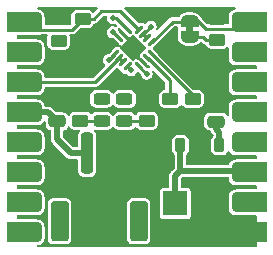
<source format=gbr>
%TF.GenerationSoftware,KiCad,Pcbnew,7.0.2-0*%
%TF.CreationDate,2023-05-31T14:29:30-07:00*%
%TF.ProjectId,SolaraCell,536f6c61-7261-4436-956c-6c2e6b696361,rev?*%
%TF.SameCoordinates,Original*%
%TF.FileFunction,Copper,L1,Top*%
%TF.FilePolarity,Positive*%
%FSLAX46Y46*%
G04 Gerber Fmt 4.6, Leading zero omitted, Abs format (unit mm)*
G04 Created by KiCad (PCBNEW 7.0.2-0) date 2023-05-31 14:29:30*
%MOMM*%
%LPD*%
G01*
G04 APERTURE LIST*
G04 Aperture macros list*
%AMRoundRect*
0 Rectangle with rounded corners*
0 $1 Rounding radius*
0 $2 $3 $4 $5 $6 $7 $8 $9 X,Y pos of 4 corners*
0 Add a 4 corners polygon primitive as box body*
4,1,4,$2,$3,$4,$5,$6,$7,$8,$9,$2,$3,0*
0 Add four circle primitives for the rounded corners*
1,1,$1+$1,$2,$3*
1,1,$1+$1,$4,$5*
1,1,$1+$1,$6,$7*
1,1,$1+$1,$8,$9*
0 Add four rect primitives between the rounded corners*
20,1,$1+$1,$2,$3,$4,$5,0*
20,1,$1+$1,$4,$5,$6,$7,0*
20,1,$1+$1,$6,$7,$8,$9,0*
20,1,$1+$1,$8,$9,$2,$3,0*%
%AMRotRect*
0 Rectangle, with rotation*
0 The origin of the aperture is its center*
0 $1 length*
0 $2 width*
0 $3 Rotation angle, in degrees counterclockwise*
0 Add horizontal line*
21,1,$1,$2,0,0,$3*%
%AMFreePoly0*
4,1,15,-0.850000,0.850000,0.850000,0.850000,0.850000,-0.425000,0.829199,-0.556332,0.768832,-0.674809,0.674809,-0.768832,0.556332,-0.829199,0.425000,-0.850000,-0.425000,-0.850000,-0.556332,-0.829199,-0.674809,-0.768832,-0.768832,-0.674809,-0.829199,-0.556332,-0.850000,-0.425000,-0.850000,0.850000,-0.850000,0.850000,$1*%
%AMFreePoly1*
4,1,19,0.500000,-0.750000,0.000000,-0.750000,0.000000,-0.744911,-0.071157,-0.744911,-0.207708,-0.704816,-0.327430,-0.627875,-0.420627,-0.520320,-0.479746,-0.390866,-0.500000,-0.250000,-0.500000,0.250000,-0.479746,0.390866,-0.420627,0.520320,-0.327430,0.627875,-0.207708,0.704816,-0.071157,0.744911,0.000000,0.744911,0.000000,0.750000,0.500000,0.750000,0.500000,-0.750000,0.500000,-0.750000,
$1*%
%AMFreePoly2*
4,1,19,0.000000,0.744911,0.071157,0.744911,0.207708,0.704816,0.327430,0.627875,0.420627,0.520320,0.479746,0.390866,0.500000,0.250000,0.500000,-0.250000,0.479746,-0.390866,0.420627,-0.520320,0.327430,-0.627875,0.207708,-0.704816,0.071157,-0.744911,0.000000,-0.744911,0.000000,-0.750000,-0.500000,-0.750000,-0.500000,0.750000,0.000000,0.750000,0.000000,0.744911,0.000000,0.744911,
$1*%
G04 Aperture macros list end*
%TA.AperFunction,ComponentPad*%
%ADD10R,1.700000X1.700000*%
%TD*%
%TA.AperFunction,ComponentPad*%
%ADD11FreePoly0,270.000000*%
%TD*%
%TA.AperFunction,ComponentPad*%
%ADD12FreePoly0,90.000000*%
%TD*%
%TA.AperFunction,SMDPad,CuDef*%
%ADD13RoundRect,0.250000X0.475000X-0.250000X0.475000X0.250000X-0.475000X0.250000X-0.475000X-0.250000X0*%
%TD*%
%TA.AperFunction,SMDPad,CuDef*%
%ADD14RoundRect,0.250000X-0.250000X-1.500000X0.250000X-1.500000X0.250000X1.500000X-0.250000X1.500000X0*%
%TD*%
%TA.AperFunction,SMDPad,CuDef*%
%ADD15RoundRect,0.250001X-0.499999X-1.449999X0.499999X-1.449999X0.499999X1.449999X-0.499999X1.449999X0*%
%TD*%
%TA.AperFunction,SMDPad,CuDef*%
%ADD16RoundRect,0.250000X0.450000X-0.262500X0.450000X0.262500X-0.450000X0.262500X-0.450000X-0.262500X0*%
%TD*%
%TA.AperFunction,SMDPad,CuDef*%
%ADD17RoundRect,0.243750X-0.456250X0.243750X-0.456250X-0.243750X0.456250X-0.243750X0.456250X0.243750X0*%
%TD*%
%TA.AperFunction,ComponentPad*%
%ADD18R,2.100000X2.100000*%
%TD*%
%TA.AperFunction,ComponentPad*%
%ADD19C,2.100000*%
%TD*%
%TA.AperFunction,SMDPad,CuDef*%
%ADD20RoundRect,0.250000X-0.450000X0.262500X-0.450000X-0.262500X0.450000X-0.262500X0.450000X0.262500X0*%
%TD*%
%TA.AperFunction,SMDPad,CuDef*%
%ADD21RoundRect,0.225000X0.225000X0.375000X-0.225000X0.375000X-0.225000X-0.375000X0.225000X-0.375000X0*%
%TD*%
%TA.AperFunction,SMDPad,CuDef*%
%ADD22RoundRect,0.062500X0.220971X0.309359X-0.309359X-0.220971X-0.220971X-0.309359X0.309359X0.220971X0*%
%TD*%
%TA.AperFunction,SMDPad,CuDef*%
%ADD23RoundRect,0.062500X-0.220971X0.309359X-0.309359X0.220971X0.220971X-0.309359X0.309359X-0.220971X0*%
%TD*%
%TA.AperFunction,SMDPad,CuDef*%
%ADD24RotRect,1.600000X1.600000X225.000000*%
%TD*%
%TA.AperFunction,SMDPad,CuDef*%
%ADD25FreePoly1,270.000000*%
%TD*%
%TA.AperFunction,SMDPad,CuDef*%
%ADD26FreePoly2,270.000000*%
%TD*%
%TA.AperFunction,ViaPad*%
%ADD27C,0.500000*%
%TD*%
%TA.AperFunction,Conductor*%
%ADD28C,0.500000*%
%TD*%
%TA.AperFunction,Conductor*%
%ADD29C,0.250000*%
%TD*%
G04 APERTURE END LIST*
%TA.AperFunction,EtchedComponent*%
%TO.C,JP1*%
G36*
X134335800Y-61768800D02*
G01*
X133735800Y-61768800D01*
X133735800Y-61268800D01*
X134335800Y-61268800D01*
X134335800Y-61768800D01*
G37*
%TD.AperFunction*%
%TD*%
D10*
%TO.P,REF\u002A\u002A,1*%
%TO.N,N/C*%
X139700000Y-68580000D03*
D11*
X138430000Y-68580000D03*
%TD*%
D10*
%TO.P,REF\u002A\u002A,1*%
%TO.N,N/C*%
X139700000Y-76200000D03*
D11*
X138430000Y-76200000D03*
%TD*%
D10*
%TO.P,REF\u002A\u002A,1*%
%TO.N,N/C*%
X119380000Y-78740000D03*
D12*
X120650000Y-78740000D03*
%TD*%
D10*
%TO.P,REF\u002A\u002A,1*%
%TO.N,N/C*%
X119380000Y-76200000D03*
D12*
X120650000Y-76200000D03*
%TD*%
D13*
%TO.P,C2,1*%
%TO.N,VLIPO*%
X122809065Y-69333653D03*
%TO.P,C2,2*%
%TO.N,GND*%
X122809065Y-67433653D03*
%TD*%
D10*
%TO.P,J6,1,Pin_1*%
%TO.N,GND*%
X139700000Y-78740000D03*
D11*
X138430000Y-78740000D03*
%TD*%
D10*
%TO.P,REF\u002A\u002A,1*%
%TO.N,N/C*%
X119380000Y-73660000D03*
D12*
X120650000Y-73660000D03*
%TD*%
D14*
%TO.P,J2,1,Pin_1*%
%TO.N,VLIPO*%
X125368723Y-72046633D03*
%TO.P,J2,2,Pin_2*%
%TO.N,GND*%
X127368723Y-72046633D03*
D15*
%TO.P,J2,MP*%
%TO.N,N/C*%
X123018723Y-77796633D03*
X129718723Y-77796633D03*
%TD*%
D10*
%TO.P,J7,1,Pin_1*%
%TO.N,BQ_OUT*%
X119380000Y-66040000D03*
D12*
X120650000Y-66040000D03*
%TD*%
D16*
%TO.P,R4,1*%
%TO.N,GND*%
X132383939Y-69269356D03*
%TO.P,R4,2*%
%TO.N,Net-(U1-ITERM)*%
X132383939Y-67444356D03*
%TD*%
D17*
%TO.P,D3,1,K*%
%TO.N,Net-(D3-K)*%
X126581534Y-67424529D03*
%TO.P,D3,2,A*%
%TO.N,Net-(D3-A)*%
X126581534Y-69299529D03*
%TD*%
D10*
%TO.P,REF\u002A\u002A,1*%
%TO.N,N/C*%
X139700000Y-66040000D03*
D11*
X138430000Y-66040000D03*
%TD*%
D18*
%TO.P,J1,1,Pin_1*%
%TO.N,/SOLAR+*%
X132811970Y-76285747D03*
D19*
%TO.P,J1,2,Pin_2*%
%TO.N,GND*%
X135351970Y-76285747D03*
%TD*%
D20*
%TO.P,R8,1*%
%TO.N,Net-(U1-ISET)*%
X134302159Y-67437851D03*
%TO.P,R8,2*%
%TO.N,GND*%
X134302159Y-69262851D03*
%TD*%
D10*
%TO.P,REF\u002A\u002A,1*%
%TO.N,N/C*%
X139700000Y-71120000D03*
D11*
X138430000Y-71120000D03*
%TD*%
D20*
%TO.P,R3,1*%
%TO.N,GND*%
X124774476Y-67449529D03*
%TO.P,R3,2*%
%TO.N,Net-(D3-A)*%
X124774476Y-69274529D03*
%TD*%
%TO.P,R2,1*%
%TO.N,GND*%
X130416986Y-67458653D03*
%TO.P,R2,2*%
%TO.N,Net-(D2-A)*%
X130416986Y-69283653D03*
%TD*%
D10*
%TO.P,J14,1,Pin_1*%
%TO.N,/CE*%
X119380000Y-60960000D03*
D12*
X120650000Y-60960000D03*
%TD*%
D13*
%TO.P,C1,1*%
%TO.N,VBUS*%
X136255278Y-69347487D03*
%TO.P,C1,2*%
%TO.N,GND*%
X136255278Y-67447487D03*
%TD*%
D17*
%TO.P,D2,1,K*%
%TO.N,Net-(D2-K)*%
X128511986Y-67433653D03*
%TO.P,D2,2,A*%
%TO.N,Net-(D2-A)*%
X128511986Y-69308653D03*
%TD*%
D21*
%TO.P,D1,1,K*%
%TO.N,VBUS*%
X136559234Y-71358777D03*
%TO.P,D1,2,A*%
%TO.N,/SOLAR+*%
X133259234Y-71358777D03*
%TD*%
D22*
%TO.P,U1,1,TS*%
%TO.N,/THERM*%
X130810000Y-62655660D03*
%TO.P,U1,2,BAT*%
%TO.N,VLIPO*%
X130456447Y-62302107D03*
%TO.P,U1,3,BAT*%
X130102893Y-61948553D03*
%TO.P,U1,4,~{CE}*%
%TO.N,/CE*%
X129749340Y-61595000D03*
D23*
%TO.P,U1,5,EN2*%
%TO.N,BQ_OUT*%
X128777068Y-61595000D03*
%TO.P,U1,6,EN1*%
%TO.N,GND*%
X128423515Y-61948553D03*
%TO.P,U1,7,~{PGOOD}*%
%TO.N,Net-(D3-K)*%
X128069961Y-62302107D03*
%TO.P,U1,8,VSS*%
%TO.N,GND*%
X127716408Y-62655660D03*
D22*
%TO.P,U1,9,~{CHG}*%
%TO.N,Net-(D2-K)*%
X127716408Y-63627932D03*
%TO.P,U1,10,OUT*%
%TO.N,BQ_OUT*%
X128069961Y-63981485D03*
%TO.P,U1,11,OUT*%
X128423515Y-64335039D03*
%TO.P,U1,12,ILIM*%
%TO.N,Net-(U1-ILIM)*%
X128777068Y-64688592D03*
D23*
%TO.P,U1,13,IN*%
%TO.N,VBUS*%
X129749340Y-64688592D03*
%TO.P,U1,14,TMR*%
%TO.N,GND*%
X130102893Y-64335039D03*
%TO.P,U1,15,ITERM*%
%TO.N,Net-(U1-ITERM)*%
X130456447Y-63981485D03*
%TO.P,U1,16,ISET*%
%TO.N,Net-(U1-ISET)*%
X130810000Y-63627932D03*
D24*
%TO.P,U1,17,VSS*%
%TO.N,GND*%
X129263204Y-63141796D03*
%TD*%
D10*
%TO.P,J3,1,Pin_1*%
%TO.N,/SOLAR+*%
X139700000Y-73660000D03*
D11*
X138430000Y-73660000D03*
%TD*%
D10*
%TO.P,REF\u002A\u002A,1*%
%TO.N,N/C*%
X119380000Y-63500000D03*
D12*
X120650000Y-63500000D03*
%TD*%
D10*
%TO.P,REF\u002A\u002A,1*%
%TO.N,N/C*%
X139700000Y-63500000D03*
D11*
X138430000Y-63500000D03*
%TD*%
D10*
%TO.P,J4,1,Pin_1*%
%TO.N,VLIPO*%
X119380000Y-68580000D03*
D12*
X120650000Y-68580000D03*
%TD*%
D25*
%TO.P,JP1,1,A*%
%TO.N,/THERM*%
X134035800Y-60868800D03*
D26*
%TO.P,JP1,2,B*%
%TO.N,Net-(JP1-B)*%
X134035800Y-62168800D03*
%TD*%
D16*
%TO.P,R1,1*%
%TO.N,Net-(JP1-B)*%
X136372600Y-62456700D03*
%TO.P,R1,2*%
%TO.N,GND*%
X136372600Y-60631700D03*
%TD*%
D10*
%TO.P,REF\u002A\u002A,1*%
%TO.N,N/C*%
X119380000Y-71120000D03*
D12*
X120650000Y-71120000D03*
%TD*%
D10*
%TO.P,J5,1,Pin_1*%
%TO.N,/THERM*%
X139700000Y-60960000D03*
D11*
X138430000Y-60960000D03*
%TD*%
D16*
%TO.P,R5,1*%
%TO.N,GND*%
X124968000Y-62507500D03*
%TO.P,R5,2*%
%TO.N,/CE*%
X124968000Y-60682500D03*
%TD*%
D20*
%TO.P,R6,1*%
%TO.N,GND*%
X122936000Y-60682500D03*
%TO.P,R6,2*%
%TO.N,Net-(U1-ILIM)*%
X122936000Y-62507500D03*
%TD*%
D27*
%TO.N,GND*%
X123952000Y-70637400D03*
%TO.N,VBUS*%
X130403600Y-65303400D03*
X136255278Y-69347487D03*
%TO.N,GND*%
X129263204Y-63141796D03*
X136398000Y-60555500D03*
X122936000Y-60682500D03*
X127228600Y-63119000D03*
%TO.N,VLIPO*%
X122809065Y-69333653D03*
X130730759Y-61338592D03*
%TO.N,Net-(D2-K)*%
X128511986Y-67433653D03*
X127203200Y-64135000D03*
%TO.N,Net-(D3-K)*%
X127533400Y-61798200D03*
X126581534Y-67424529D03*
%TO.N,BQ_OUT*%
X127558800Y-60604400D03*
%TO.N,Net-(U1-ILIM)*%
X122936000Y-62507500D03*
X129082800Y-64998600D03*
%TD*%
D28*
%TO.N,VBUS*%
X136255278Y-69961278D02*
X136255278Y-69347487D01*
D29*
X130403600Y-65303400D02*
X130364148Y-65303400D01*
D28*
X136559234Y-70265234D02*
X136255278Y-69961278D01*
X136559234Y-71358777D02*
X136559234Y-70265234D01*
D29*
X130364148Y-65303400D02*
X129749340Y-64688592D01*
%TO.N,VLIPO*%
X130102893Y-61948553D02*
X130120798Y-61948553D01*
D28*
X122809065Y-70866065D02*
X123989633Y-72046633D01*
X122055412Y-68580000D02*
X122809065Y-69333653D01*
X123989633Y-72046633D02*
X125368723Y-72046633D01*
D29*
X130102893Y-61948553D02*
X130456447Y-62302107D01*
D28*
X122809065Y-69333653D02*
X122809065Y-70866065D01*
D29*
X130120798Y-61948553D02*
X130730759Y-61338592D01*
D28*
X120650000Y-68580000D02*
X122055412Y-68580000D01*
%TO.N,/SOLAR+*%
X133259234Y-73514282D02*
X133259234Y-71358777D01*
X133259234Y-73514282D02*
X138284282Y-73514282D01*
X132811970Y-76285747D02*
X132811970Y-73961546D01*
X132811970Y-73961546D02*
X133259234Y-73514282D01*
X138284282Y-73514282D02*
X138430000Y-73660000D01*
D29*
%TO.N,Net-(D2-K)*%
X127203200Y-64135000D02*
X127710268Y-63627932D01*
X127710268Y-63627932D02*
X127716408Y-63627932D01*
%TO.N,Net-(D2-A)*%
X128511986Y-69308653D02*
X130391986Y-69308653D01*
X130150000Y-69305288D02*
X130175000Y-69280288D01*
%TO.N,Net-(D3-K)*%
X128037307Y-62302107D02*
X128069961Y-62302107D01*
X127533400Y-61798200D02*
X128037307Y-62302107D01*
%TO.N,Net-(D3-A)*%
X126314548Y-69271164D02*
X126339548Y-69296164D01*
X124774476Y-69274529D02*
X126556534Y-69274529D01*
%TO.N,/THERM*%
X130816140Y-62655660D02*
X132588000Y-60883800D01*
X130810000Y-62655660D02*
X130816140Y-62655660D01*
X132588000Y-60883800D02*
X134020800Y-60883800D01*
X135382000Y-61493400D02*
X137896600Y-61493400D01*
X134020800Y-60883800D02*
X134035800Y-60868800D01*
X137896600Y-61493400D02*
X138430000Y-60960000D01*
X134757400Y-60868800D02*
X135382000Y-61493400D01*
X134035800Y-60868800D02*
X134757400Y-60868800D01*
%TO.N,BQ_OUT*%
X126011446Y-66040000D02*
X120650000Y-66040000D01*
X128069961Y-63981485D02*
X126011446Y-66040000D01*
X128069961Y-63981485D02*
X128423515Y-64335039D01*
X127786468Y-60604400D02*
X128777068Y-61595000D01*
X127558800Y-60604400D02*
X127786468Y-60604400D01*
%TO.N,/CE*%
X121255094Y-61565094D02*
X120650000Y-60960000D01*
X124968000Y-60682500D02*
X125905900Y-60682500D01*
X128174540Y-60020200D02*
X129749340Y-61595000D01*
X124968000Y-60682500D02*
X124085406Y-61565094D01*
X125905900Y-60682500D02*
X126568200Y-60020200D01*
X124085406Y-61565094D02*
X121255094Y-61565094D01*
X126568200Y-60020200D02*
X128174540Y-60020200D01*
%TO.N,Net-(JP1-B)*%
X135430900Y-62456700D02*
X135143000Y-62168800D01*
X135143000Y-62168800D02*
X134035800Y-62168800D01*
X136372600Y-62456700D02*
X135430900Y-62456700D01*
X136152500Y-62626000D02*
X136398000Y-62380500D01*
%TO.N,Net-(U1-ITERM)*%
X130456447Y-63981485D02*
X130478685Y-63981485D01*
X132359400Y-67419817D02*
X132383939Y-67444356D01*
X130478685Y-63981485D02*
X132359400Y-65862200D01*
X132359400Y-65862200D02*
X132359400Y-67419817D01*
%TO.N,Net-(U1-ILIM)*%
X128777068Y-64688592D02*
X128777068Y-64692868D01*
X128777068Y-64692868D02*
X129082800Y-64998600D01*
%TO.N,Net-(U1-ISET)*%
X130810000Y-63627932D02*
X130810000Y-63634126D01*
X130810000Y-63634126D02*
X134302159Y-67126285D01*
X134302159Y-67126285D02*
X134302159Y-67437851D01*
%TD*%
%TA.AperFunction,Conductor*%
%TO.N,GND*%
G36*
X126213633Y-59710737D02*
G01*
X126243218Y-59761979D01*
X126232943Y-59820250D01*
X126219197Y-59838165D01*
X125940045Y-60117315D01*
X125886419Y-60142321D01*
X125829265Y-60127006D01*
X125809634Y-60107988D01*
X125775548Y-60062455D01*
X125660328Y-59976202D01*
X125525483Y-59925908D01*
X125468186Y-59919748D01*
X125468173Y-59919747D01*
X125465873Y-59919500D01*
X125463551Y-59919500D01*
X124472437Y-59919500D01*
X124472418Y-59919500D01*
X124470128Y-59919501D01*
X124467840Y-59919746D01*
X124467820Y-59919748D01*
X124410517Y-59925908D01*
X124275671Y-59976202D01*
X124160453Y-60062453D01*
X124074202Y-60177671D01*
X124023908Y-60312516D01*
X124017748Y-60369813D01*
X124017747Y-60369827D01*
X124017500Y-60372127D01*
X124017500Y-60374447D01*
X124017500Y-60374448D01*
X124017500Y-60990562D01*
X124017500Y-60990580D01*
X124017501Y-60992872D01*
X124017746Y-60995157D01*
X124017747Y-60995163D01*
X124023666Y-61050225D01*
X124009487Y-61107671D01*
X123998827Y-61120633D01*
X123955205Y-61164257D01*
X123901580Y-61189265D01*
X123894039Y-61189594D01*
X121837000Y-61189594D01*
X121781399Y-61169357D01*
X121751814Y-61118115D01*
X121750500Y-61103094D01*
X121750500Y-60482362D01*
X121750500Y-60482361D01*
X121750500Y-60480406D01*
X121744315Y-60412343D01*
X121695512Y-60255730D01*
X121695512Y-60255729D01*
X121610650Y-60115349D01*
X121494650Y-59999349D01*
X121354270Y-59914487D01*
X121197658Y-59865685D01*
X121186481Y-59864669D01*
X121169703Y-59863144D01*
X121116162Y-59837959D01*
X121091336Y-59784249D01*
X121106842Y-59727148D01*
X121155425Y-59693373D01*
X121177532Y-59690500D01*
X126158032Y-59690500D01*
X126213633Y-59710737D01*
G37*
%TD.AperFunction*%
%TA.AperFunction,Conductor*%
G36*
X137958069Y-59710737D02*
G01*
X137987654Y-59761979D01*
X137977379Y-59820250D01*
X137932053Y-59858283D01*
X137910297Y-59863144D01*
X137898309Y-59864234D01*
X137882341Y-59865685D01*
X137725729Y-59914487D01*
X137585349Y-59999349D01*
X137469349Y-60115349D01*
X137384487Y-60255729D01*
X137335685Y-60412341D01*
X137335684Y-60412343D01*
X137335685Y-60412343D01*
X137329500Y-60480406D01*
X137329500Y-60482362D01*
X137329500Y-61031400D01*
X137309263Y-61087001D01*
X137258021Y-61116586D01*
X137243000Y-61117900D01*
X135573367Y-61117900D01*
X135517766Y-61097663D01*
X135512202Y-61092565D01*
X135056796Y-60637158D01*
X135045546Y-60623304D01*
X135037483Y-60610963D01*
X135010678Y-60590100D01*
X135002642Y-60583004D01*
X135000916Y-60581278D01*
X135000186Y-60580757D01*
X134999203Y-60579565D01*
X134995849Y-60576211D01*
X134996171Y-60575888D01*
X134971762Y-60546288D01*
X134960157Y-60520875D01*
X134959198Y-60519382D01*
X134882424Y-60399919D01*
X134882420Y-60399914D01*
X134834820Y-60344979D01*
X134726155Y-60250822D01*
X134665000Y-60211520D01*
X134534214Y-60151792D01*
X134464467Y-60131312D01*
X134393306Y-60121080D01*
X134322149Y-60110850D01*
X134249452Y-60110850D01*
X134241921Y-60111932D01*
X134237892Y-60112512D01*
X134225583Y-60113392D01*
X133846017Y-60113392D01*
X133833708Y-60112512D01*
X133829678Y-60111932D01*
X133822148Y-60110850D01*
X133749451Y-60110850D01*
X133688458Y-60119619D01*
X133607132Y-60131312D01*
X133537385Y-60151792D01*
X133406599Y-60211520D01*
X133345444Y-60250822D01*
X133236779Y-60344979D01*
X133189178Y-60399914D01*
X133145060Y-60468565D01*
X133097975Y-60504399D01*
X133072291Y-60508300D01*
X132635914Y-60508300D01*
X132618163Y-60506459D01*
X132603731Y-60503433D01*
X132570014Y-60507636D01*
X132559315Y-60508300D01*
X132556886Y-60508300D01*
X132535606Y-60511850D01*
X132532074Y-60512364D01*
X132475781Y-60519382D01*
X132467572Y-60522012D01*
X132417684Y-60549009D01*
X132414507Y-60550644D01*
X132363544Y-60575558D01*
X132356624Y-60580719D01*
X132318219Y-60622436D01*
X132315746Y-60625014D01*
X131350022Y-61590738D01*
X131296396Y-61615744D01*
X131239243Y-61600430D01*
X131205304Y-61551961D01*
X131210175Y-61493637D01*
X131215924Y-61481049D01*
X131236406Y-61338592D01*
X131215924Y-61196135D01*
X131156136Y-61065219D01*
X131061887Y-60956449D01*
X131061886Y-60956448D01*
X130940811Y-60878638D01*
X130802721Y-60838092D01*
X130802720Y-60838092D01*
X130658798Y-60838092D01*
X130658797Y-60838092D01*
X130520706Y-60878638D01*
X130399628Y-60956450D01*
X130313835Y-61055462D01*
X130262130Y-61084230D01*
X130204030Y-61073033D01*
X130187303Y-61059986D01*
X130165699Y-61038382D01*
X130163451Y-61036657D01*
X130163442Y-61036649D01*
X130129226Y-61010393D01*
X130074739Y-60990562D01*
X130025501Y-60972641D01*
X129915120Y-60972641D01*
X129865882Y-60990562D01*
X129811390Y-61010395D01*
X129806149Y-61014417D01*
X129749717Y-61032206D01*
X129695053Y-61009560D01*
X129692331Y-61006954D01*
X128523543Y-59838165D01*
X128498537Y-59784539D01*
X128513851Y-59727386D01*
X128562320Y-59693447D01*
X128584708Y-59690500D01*
X137902468Y-59690500D01*
X137958069Y-59710737D01*
G37*
%TD.AperFunction*%
%TA.AperFunction,Conductor*%
G36*
X132999493Y-61279537D02*
G01*
X133029078Y-61330779D01*
X133030392Y-61345800D01*
X133030392Y-61368799D01*
X133049834Y-61466540D01*
X133052643Y-61470744D01*
X133066706Y-61528218D01*
X133052644Y-61566854D01*
X133049834Y-61571058D01*
X133030392Y-61668800D01*
X133030392Y-62240692D01*
X133040737Y-62312642D01*
X133081245Y-62450601D01*
X133111442Y-62516723D01*
X133111444Y-62516727D01*
X133189176Y-62637681D01*
X133189179Y-62637685D01*
X133236779Y-62692620D01*
X133268926Y-62720475D01*
X133345445Y-62786778D01*
X133406599Y-62826079D01*
X133537384Y-62885807D01*
X133554348Y-62890788D01*
X133607132Y-62906287D01*
X133607133Y-62906287D01*
X133607136Y-62906288D01*
X133749451Y-62926750D01*
X133749454Y-62926750D01*
X133822147Y-62926750D01*
X133822148Y-62926750D01*
X133829678Y-62925667D01*
X133833708Y-62925088D01*
X133846017Y-62924208D01*
X134225583Y-62924208D01*
X134237892Y-62925088D01*
X134241921Y-62925667D01*
X134249452Y-62926750D01*
X134249453Y-62926750D01*
X134322146Y-62926750D01*
X134322149Y-62926750D01*
X134464464Y-62906288D01*
X134534216Y-62885807D01*
X134665001Y-62826079D01*
X134726155Y-62786778D01*
X134834816Y-62692624D01*
X134834817Y-62692621D01*
X134834820Y-62692620D01*
X134880850Y-62639497D01*
X134882424Y-62637681D01*
X134902019Y-62607189D01*
X134949104Y-62571356D01*
X135008206Y-62574171D01*
X135035953Y-62592790D01*
X135131501Y-62688338D01*
X135142750Y-62702191D01*
X135150815Y-62714536D01*
X135177626Y-62735403D01*
X135185654Y-62742491D01*
X135187382Y-62744219D01*
X135187385Y-62744221D01*
X135204935Y-62756752D01*
X135207800Y-62758888D01*
X135249711Y-62791509D01*
X135249713Y-62791509D01*
X135252580Y-62793741D01*
X135260216Y-62797671D01*
X135263697Y-62798707D01*
X135263701Y-62798710D01*
X135314652Y-62813878D01*
X135317955Y-62814937D01*
X135368240Y-62832200D01*
X135368242Y-62832200D01*
X135371668Y-62833376D01*
X135388264Y-62835794D01*
X135396046Y-62838110D01*
X135443564Y-62873366D01*
X135452418Y-62890788D01*
X135478802Y-62961529D01*
X135565053Y-63076745D01*
X135565054Y-63076746D01*
X135680269Y-63162996D01*
X135680270Y-63162996D01*
X135680271Y-63162997D01*
X135815116Y-63213291D01*
X135834573Y-63215382D01*
X135874727Y-63219700D01*
X136870472Y-63219699D01*
X136930083Y-63213291D01*
X137064931Y-63162996D01*
X137180146Y-63076746D01*
X137180146Y-63076745D01*
X137190102Y-63069293D01*
X137192766Y-63072852D01*
X137223274Y-63052903D01*
X137282025Y-63059928D01*
X137322516Y-63103073D01*
X137329500Y-63137123D01*
X137329500Y-63979594D01*
X137329676Y-63981541D01*
X137329677Y-63981542D01*
X137335685Y-64047658D01*
X137384487Y-64204270D01*
X137469349Y-64344650D01*
X137585349Y-64460650D01*
X137725729Y-64545512D01*
X137791773Y-64566092D01*
X137882343Y-64594315D01*
X137950406Y-64600500D01*
X138825326Y-64600500D01*
X139613000Y-64600500D01*
X139668601Y-64620737D01*
X139698186Y-64671979D01*
X139699500Y-64687000D01*
X139699500Y-64853000D01*
X139679263Y-64908601D01*
X139628021Y-64938186D01*
X139613000Y-64939500D01*
X139304674Y-64939500D01*
X137950406Y-64939500D01*
X137948459Y-64939676D01*
X137948457Y-64939677D01*
X137882341Y-64945685D01*
X137725729Y-64994487D01*
X137585349Y-65079349D01*
X137469349Y-65195349D01*
X137384487Y-65335729D01*
X137335685Y-65492341D01*
X137335684Y-65492343D01*
X137335685Y-65492343D01*
X137329500Y-65560406D01*
X137329500Y-66519594D01*
X137329676Y-66521541D01*
X137329677Y-66521542D01*
X137335685Y-66587658D01*
X137384487Y-66744270D01*
X137469349Y-66884650D01*
X137585349Y-67000650D01*
X137725729Y-67085512D01*
X137796623Y-67107603D01*
X137882343Y-67134315D01*
X137950406Y-67140500D01*
X138825326Y-67140500D01*
X139613000Y-67140500D01*
X139668601Y-67160737D01*
X139698186Y-67211979D01*
X139699500Y-67227000D01*
X139699500Y-67393000D01*
X139679263Y-67448601D01*
X139628021Y-67478186D01*
X139613000Y-67479500D01*
X139304674Y-67479500D01*
X137950406Y-67479500D01*
X137948459Y-67479676D01*
X137948457Y-67479677D01*
X137882341Y-67485685D01*
X137725729Y-67534487D01*
X137585349Y-67619349D01*
X137469349Y-67735349D01*
X137384487Y-67875729D01*
X137335685Y-68032341D01*
X137335684Y-68032343D01*
X137335685Y-68032343D01*
X137329500Y-68100406D01*
X137329500Y-68102361D01*
X137329500Y-68102362D01*
X137329500Y-68802890D01*
X137309263Y-68858491D01*
X137258021Y-68888076D01*
X137199750Y-68877801D01*
X137173754Y-68854729D01*
X137087824Y-68739941D01*
X136972609Y-68653691D01*
X136972608Y-68653690D01*
X136972606Y-68653689D01*
X136837761Y-68603395D01*
X136780464Y-68597235D01*
X136780451Y-68597234D01*
X136778151Y-68596987D01*
X136775829Y-68596987D01*
X135734715Y-68596987D01*
X135734696Y-68596987D01*
X135732406Y-68596988D01*
X135730118Y-68597233D01*
X135730098Y-68597235D01*
X135672795Y-68603395D01*
X135537949Y-68653689D01*
X135422731Y-68739940D01*
X135336480Y-68855158D01*
X135286186Y-68990003D01*
X135280026Y-69047300D01*
X135280025Y-69047314D01*
X135279778Y-69049614D01*
X135279778Y-69051934D01*
X135279778Y-69051935D01*
X135279778Y-69643049D01*
X135279778Y-69643067D01*
X135279779Y-69645359D01*
X135280025Y-69647647D01*
X135280026Y-69647666D01*
X135286186Y-69704969D01*
X135336480Y-69839815D01*
X135422731Y-69955033D01*
X135491965Y-70006861D01*
X135537947Y-70041283D01*
X135537948Y-70041283D01*
X135537949Y-70041284D01*
X135672794Y-70091578D01*
X135696836Y-70094162D01*
X135720324Y-70096688D01*
X135773443Y-70122752D01*
X135789757Y-70146750D01*
X135791291Y-70150108D01*
X135793658Y-70155821D01*
X135806065Y-70189087D01*
X135811482Y-70203609D01*
X135816791Y-70210701D01*
X135826223Y-70226598D01*
X135829900Y-70234650D01*
X135829901Y-70234651D01*
X135863295Y-70273190D01*
X135867157Y-70277982D01*
X135876057Y-70289871D01*
X135886549Y-70300363D01*
X135890755Y-70304881D01*
X135924150Y-70343422D01*
X135931595Y-70348206D01*
X135945995Y-70359810D01*
X136033398Y-70447212D01*
X136058405Y-70500838D01*
X136058734Y-70508377D01*
X136058734Y-70552740D01*
X136038497Y-70608341D01*
X136024073Y-70621986D01*
X135994546Y-70644090D01*
X135912606Y-70753550D01*
X135864821Y-70881664D01*
X135858982Y-70935978D01*
X135858981Y-70935992D01*
X135858734Y-70938292D01*
X135858734Y-70940613D01*
X135858734Y-70940614D01*
X135858734Y-71776951D01*
X135858734Y-71776969D01*
X135858735Y-71779261D01*
X135858980Y-71781548D01*
X135858981Y-71781551D01*
X135864822Y-71835892D01*
X135912606Y-71964003D01*
X135994546Y-72073464D01*
X136058733Y-72121513D01*
X136104008Y-72155405D01*
X136232120Y-72203189D01*
X136288749Y-72209277D01*
X136829718Y-72209276D01*
X136886348Y-72203189D01*
X137014460Y-72155405D01*
X137123921Y-72073464D01*
X137205862Y-71964003D01*
X137243732Y-71862470D01*
X137282122Y-71817448D01*
X137340473Y-71807636D01*
X137391479Y-71837626D01*
X137398802Y-71847950D01*
X137469350Y-71964651D01*
X137585349Y-72080650D01*
X137725729Y-72165512D01*
X137796623Y-72187603D01*
X137882343Y-72214315D01*
X137950406Y-72220500D01*
X138825326Y-72220500D01*
X139613000Y-72220500D01*
X139668601Y-72240737D01*
X139698186Y-72291979D01*
X139699500Y-72307000D01*
X139699500Y-72473000D01*
X139679263Y-72528601D01*
X139628021Y-72558186D01*
X139613000Y-72559500D01*
X139304674Y-72559500D01*
X137950406Y-72559500D01*
X137948459Y-72559676D01*
X137948457Y-72559677D01*
X137882341Y-72565685D01*
X137725729Y-72614487D01*
X137585349Y-72699349D01*
X137469349Y-72815349D01*
X137379054Y-72964718D01*
X137377248Y-72963626D01*
X137349469Y-73000080D01*
X137302750Y-73013782D01*
X133846234Y-73013782D01*
X133790633Y-72993545D01*
X133761048Y-72942303D01*
X133759734Y-72927282D01*
X133759734Y-72164812D01*
X133779971Y-72109211D01*
X133794398Y-72095564D01*
X133823922Y-72073463D01*
X133840383Y-72051472D01*
X133905862Y-71964003D01*
X133953646Y-71835891D01*
X133959734Y-71779262D01*
X133959733Y-70938293D01*
X133953646Y-70881663D01*
X133905862Y-70753551D01*
X133873752Y-70710657D01*
X133823921Y-70644089D01*
X133714460Y-70562149D01*
X133586346Y-70514364D01*
X133532032Y-70508525D01*
X133532019Y-70508524D01*
X133529719Y-70508277D01*
X133527396Y-70508277D01*
X132991059Y-70508277D01*
X132991040Y-70508277D01*
X132988750Y-70508278D01*
X132986463Y-70508523D01*
X132986459Y-70508524D01*
X132932118Y-70514365D01*
X132804007Y-70562149D01*
X132694546Y-70644089D01*
X132612606Y-70753550D01*
X132564821Y-70881664D01*
X132558982Y-70935978D01*
X132558981Y-70935992D01*
X132558734Y-70938292D01*
X132558734Y-70940613D01*
X132558734Y-70940614D01*
X132558734Y-71776951D01*
X132558734Y-71776969D01*
X132558735Y-71779261D01*
X132558980Y-71781548D01*
X132558981Y-71781551D01*
X132564822Y-71835892D01*
X132612606Y-71964003D01*
X132694545Y-72073463D01*
X132724070Y-72095564D01*
X132756454Y-72145085D01*
X132758734Y-72164812D01*
X132758734Y-73271137D01*
X132738497Y-73326738D01*
X132733399Y-73332302D01*
X132502685Y-73563015D01*
X132488291Y-73574615D01*
X132480841Y-73579403D01*
X132447440Y-73617949D01*
X132443238Y-73622463D01*
X132432747Y-73632955D01*
X132423851Y-73644838D01*
X132419980Y-73649641D01*
X132386591Y-73688174D01*
X132382912Y-73696230D01*
X132373484Y-73712120D01*
X132368175Y-73719212D01*
X132350350Y-73767002D01*
X132347988Y-73772704D01*
X132326804Y-73819090D01*
X132325544Y-73827855D01*
X132320974Y-73845761D01*
X132317878Y-73854062D01*
X132314238Y-73904935D01*
X132313580Y-73911064D01*
X132311470Y-73925747D01*
X132311470Y-73940571D01*
X132311250Y-73946742D01*
X132307611Y-73997619D01*
X132309493Y-74006269D01*
X132311470Y-74024657D01*
X132311470Y-74898747D01*
X132291233Y-74954348D01*
X132239991Y-74983933D01*
X132224970Y-74985247D01*
X131737296Y-74985247D01*
X131664230Y-74999781D01*
X131581369Y-75055146D01*
X131526004Y-75138007D01*
X131511470Y-75211073D01*
X131511470Y-77360421D01*
X131526004Y-77433487D01*
X131581369Y-77516348D01*
X131664230Y-77571713D01*
X131737296Y-77586247D01*
X131737297Y-77586247D01*
X133886643Y-77586247D01*
X133886644Y-77586247D01*
X133959710Y-77571713D01*
X134042571Y-77516348D01*
X134097936Y-77433487D01*
X134112470Y-77360421D01*
X134112470Y-75211073D01*
X134097936Y-75138007D01*
X134042571Y-75055146D01*
X133959710Y-74999781D01*
X133886644Y-74985247D01*
X133886643Y-74985247D01*
X133398970Y-74985247D01*
X133343369Y-74965010D01*
X133313784Y-74913768D01*
X133312470Y-74898747D01*
X133312470Y-74204689D01*
X133332707Y-74149088D01*
X133337806Y-74143524D01*
X133441214Y-74040117D01*
X133494839Y-74015111D01*
X133502378Y-74014782D01*
X137243000Y-74014782D01*
X137298601Y-74035019D01*
X137328186Y-74086261D01*
X137329500Y-74101281D01*
X137329500Y-74139594D01*
X137329676Y-74141541D01*
X137329677Y-74141542D01*
X137335685Y-74207658D01*
X137384487Y-74364270D01*
X137469349Y-74504650D01*
X137585349Y-74620650D01*
X137725729Y-74705512D01*
X137796623Y-74727603D01*
X137882343Y-74754315D01*
X137950406Y-74760500D01*
X138825326Y-74760500D01*
X139613000Y-74760500D01*
X139668601Y-74780737D01*
X139698186Y-74831979D01*
X139699500Y-74847000D01*
X139699500Y-75013000D01*
X139679263Y-75068601D01*
X139628021Y-75098186D01*
X139613000Y-75099500D01*
X139304674Y-75099500D01*
X137950406Y-75099500D01*
X137948459Y-75099676D01*
X137948457Y-75099677D01*
X137882341Y-75105685D01*
X137725729Y-75154487D01*
X137585349Y-75239349D01*
X137469349Y-75355349D01*
X137384487Y-75495729D01*
X137335685Y-75652341D01*
X137335684Y-75652343D01*
X137335685Y-75652343D01*
X137329500Y-75720406D01*
X137329500Y-76679594D01*
X137329676Y-76681541D01*
X137329677Y-76681542D01*
X137335685Y-76747658D01*
X137384487Y-76904270D01*
X137469349Y-77044650D01*
X137585349Y-77160650D01*
X137725729Y-77245512D01*
X137796623Y-77267603D01*
X137882343Y-77294315D01*
X137950406Y-77300500D01*
X138825326Y-77300500D01*
X139613000Y-77300500D01*
X139668601Y-77320737D01*
X139698186Y-77371979D01*
X139699500Y-77387000D01*
X139699500Y-79923000D01*
X139679263Y-79978601D01*
X139628021Y-80008186D01*
X139613000Y-80009500D01*
X121177532Y-80009500D01*
X121121931Y-79989263D01*
X121092346Y-79938021D01*
X121102621Y-79879750D01*
X121147947Y-79841717D01*
X121169702Y-79836855D01*
X121197657Y-79834315D01*
X121354270Y-79785512D01*
X121494653Y-79700648D01*
X121610648Y-79584653D01*
X121695512Y-79444270D01*
X121742181Y-79294505D01*
X122018223Y-79294505D01*
X122018470Y-79296805D01*
X122018471Y-79296818D01*
X122024631Y-79354115D01*
X122074926Y-79488962D01*
X122161176Y-79604179D01*
X122276393Y-79690429D01*
X122411240Y-79740724D01*
X122430697Y-79742815D01*
X122470851Y-79747133D01*
X122473172Y-79747133D01*
X123564274Y-79747133D01*
X123566595Y-79747133D01*
X123626205Y-79740724D01*
X123761053Y-79690429D01*
X123876269Y-79604179D01*
X123962519Y-79488963D01*
X124012814Y-79354115D01*
X124019223Y-79294505D01*
X128718223Y-79294505D01*
X128718470Y-79296805D01*
X128718471Y-79296818D01*
X128724631Y-79354115D01*
X128774926Y-79488962D01*
X128861176Y-79604179D01*
X128976393Y-79690429D01*
X129111240Y-79740724D01*
X129130697Y-79742815D01*
X129170851Y-79747133D01*
X129173172Y-79747133D01*
X130264274Y-79747133D01*
X130266595Y-79747133D01*
X130326205Y-79740724D01*
X130461053Y-79690429D01*
X130576269Y-79604179D01*
X130662519Y-79488963D01*
X130712814Y-79354115D01*
X130719223Y-79294505D01*
X130719223Y-76298761D01*
X130712814Y-76239151D01*
X130662519Y-76104303D01*
X130576269Y-75989086D01*
X130461052Y-75902836D01*
X130326205Y-75852541D01*
X130268908Y-75846381D01*
X130268895Y-75846380D01*
X130266595Y-75846133D01*
X129170851Y-75846133D01*
X129168551Y-75846380D01*
X129168537Y-75846381D01*
X129111240Y-75852541D01*
X128976393Y-75902836D01*
X128861176Y-75989086D01*
X128774926Y-76104303D01*
X128724631Y-76239150D01*
X128718471Y-76296447D01*
X128718470Y-76296461D01*
X128718223Y-76298761D01*
X128718223Y-79294505D01*
X124019223Y-79294505D01*
X124019223Y-76298761D01*
X124012814Y-76239151D01*
X123962519Y-76104303D01*
X123962518Y-76104303D01*
X123876269Y-75989086D01*
X123761052Y-75902836D01*
X123626205Y-75852541D01*
X123568908Y-75846381D01*
X123568895Y-75846380D01*
X123566595Y-75846133D01*
X122470851Y-75846133D01*
X122468551Y-75846380D01*
X122468537Y-75846381D01*
X122411240Y-75852541D01*
X122276393Y-75902836D01*
X122161176Y-75989086D01*
X122074926Y-76104303D01*
X122024631Y-76239150D01*
X122018471Y-76296447D01*
X122018470Y-76296461D01*
X122018223Y-76298761D01*
X122018223Y-79294505D01*
X121742181Y-79294505D01*
X121744315Y-79287657D01*
X121750500Y-79219594D01*
X121750500Y-78260406D01*
X121744315Y-78192343D01*
X121695512Y-78035730D01*
X121695512Y-78035729D01*
X121610650Y-77895349D01*
X121494650Y-77779349D01*
X121354270Y-77694487D01*
X121197658Y-77645685D01*
X121131542Y-77639677D01*
X121131541Y-77639676D01*
X121129594Y-77639500D01*
X121127638Y-77639500D01*
X119467000Y-77639500D01*
X119411399Y-77619263D01*
X119381814Y-77568021D01*
X119380500Y-77553000D01*
X119380500Y-77387000D01*
X119400737Y-77331399D01*
X119451979Y-77301814D01*
X119467000Y-77300500D01*
X121127638Y-77300500D01*
X121129594Y-77300500D01*
X121197657Y-77294315D01*
X121354270Y-77245512D01*
X121494653Y-77160648D01*
X121610648Y-77044653D01*
X121695512Y-76904270D01*
X121744315Y-76747657D01*
X121750500Y-76679594D01*
X121750500Y-75720406D01*
X121744315Y-75652343D01*
X121695512Y-75495730D01*
X121695512Y-75495729D01*
X121610650Y-75355349D01*
X121494650Y-75239349D01*
X121354270Y-75154487D01*
X121197658Y-75105685D01*
X121131542Y-75099677D01*
X121131541Y-75099676D01*
X121129594Y-75099500D01*
X121127638Y-75099500D01*
X119467000Y-75099500D01*
X119411399Y-75079263D01*
X119381814Y-75028021D01*
X119380500Y-75013000D01*
X119380500Y-74847000D01*
X119400737Y-74791399D01*
X119451979Y-74761814D01*
X119467000Y-74760500D01*
X121127638Y-74760500D01*
X121129594Y-74760500D01*
X121197657Y-74754315D01*
X121354270Y-74705512D01*
X121494653Y-74620648D01*
X121610648Y-74504653D01*
X121695512Y-74364270D01*
X121744315Y-74207657D01*
X121750500Y-74139594D01*
X121750500Y-73180406D01*
X121744315Y-73112343D01*
X121695512Y-72955730D01*
X121695512Y-72955729D01*
X121610650Y-72815349D01*
X121494650Y-72699349D01*
X121354270Y-72614487D01*
X121197658Y-72565685D01*
X121131542Y-72559677D01*
X121131541Y-72559676D01*
X121129594Y-72559500D01*
X121127638Y-72559500D01*
X119467000Y-72559500D01*
X119411399Y-72539263D01*
X119381814Y-72488021D01*
X119380500Y-72473000D01*
X119380500Y-72307000D01*
X119400737Y-72251399D01*
X119451979Y-72221814D01*
X119467000Y-72220500D01*
X121127638Y-72220500D01*
X121129594Y-72220500D01*
X121197657Y-72214315D01*
X121354270Y-72165512D01*
X121494653Y-72080648D01*
X121610648Y-71964653D01*
X121695512Y-71824270D01*
X121744315Y-71667657D01*
X121750500Y-71599594D01*
X121750500Y-70640406D01*
X121744315Y-70572343D01*
X121695512Y-70415730D01*
X121695512Y-70415729D01*
X121610650Y-70275349D01*
X121494650Y-70159349D01*
X121354270Y-70074487D01*
X121197658Y-70025685D01*
X121131542Y-70019677D01*
X121131541Y-70019676D01*
X121129594Y-70019500D01*
X121127638Y-70019500D01*
X119467000Y-70019500D01*
X119411399Y-69999263D01*
X119381814Y-69948021D01*
X119380500Y-69933000D01*
X119380500Y-69767000D01*
X119400737Y-69711399D01*
X119451979Y-69681814D01*
X119467000Y-69680500D01*
X121127638Y-69680500D01*
X121129594Y-69680500D01*
X121197657Y-69674315D01*
X121354270Y-69625512D01*
X121494653Y-69540648D01*
X121610648Y-69424653D01*
X121673041Y-69321441D01*
X121719122Y-69284330D01*
X121778280Y-69285520D01*
X121822831Y-69324458D01*
X121833565Y-69366192D01*
X121833565Y-69629215D01*
X121833565Y-69629233D01*
X121833566Y-69631525D01*
X121833812Y-69633813D01*
X121833813Y-69633832D01*
X121839973Y-69691135D01*
X121890267Y-69825981D01*
X121976518Y-69941199D01*
X122041642Y-69989950D01*
X122091734Y-70027449D01*
X122091735Y-70027449D01*
X122091736Y-70027450D01*
X122159012Y-70052542D01*
X122226582Y-70077744D01*
X122231309Y-70078252D01*
X122284427Y-70104313D01*
X122308368Y-70158423D01*
X122308565Y-70164256D01*
X122308564Y-70802953D01*
X122306588Y-70821337D01*
X122304706Y-70829989D01*
X122308345Y-70880868D01*
X122308565Y-70887039D01*
X122308565Y-70901864D01*
X122310675Y-70916543D01*
X122311334Y-70922677D01*
X122314973Y-70973544D01*
X122318068Y-70981843D01*
X122322639Y-70999754D01*
X122323900Y-71008521D01*
X122345082Y-71054904D01*
X122347444Y-71060606D01*
X122365269Y-71108396D01*
X122370578Y-71115488D01*
X122380010Y-71131385D01*
X122383687Y-71139437D01*
X122383688Y-71139438D01*
X122417082Y-71177977D01*
X122420944Y-71182769D01*
X122429844Y-71194658D01*
X122440336Y-71205150D01*
X122444542Y-71209668D01*
X122477937Y-71248209D01*
X122485382Y-71252993D01*
X122499783Y-71264597D01*
X123591101Y-72355914D01*
X123602700Y-72370308D01*
X123607490Y-72377761D01*
X123640768Y-72406597D01*
X123646037Y-72411162D01*
X123650554Y-72415367D01*
X123661040Y-72425853D01*
X123661043Y-72425855D01*
X123672914Y-72434742D01*
X123677709Y-72438606D01*
X123716260Y-72472010D01*
X123724311Y-72475686D01*
X123740214Y-72485123D01*
X123747302Y-72490429D01*
X123795077Y-72508248D01*
X123800783Y-72510611D01*
X123821240Y-72519953D01*
X123847176Y-72531798D01*
X123855938Y-72533057D01*
X123873851Y-72537628D01*
X123882150Y-72540724D01*
X123933024Y-72544362D01*
X123939157Y-72545022D01*
X123953834Y-72547133D01*
X123968659Y-72547133D01*
X123974829Y-72547352D01*
X124025706Y-72550992D01*
X124034358Y-72549109D01*
X124052744Y-72547133D01*
X124531724Y-72547133D01*
X124587325Y-72567370D01*
X124616910Y-72618612D01*
X124618224Y-72633632D01*
X124618224Y-73594505D01*
X124618470Y-73596793D01*
X124618471Y-73596812D01*
X124624631Y-73654115D01*
X124674925Y-73788961D01*
X124761176Y-73904179D01*
X124789988Y-73925747D01*
X124876392Y-73990429D01*
X124876393Y-73990429D01*
X124876394Y-73990430D01*
X125011239Y-74040724D01*
X125030696Y-74042815D01*
X125070850Y-74047133D01*
X125666595Y-74047132D01*
X125726206Y-74040724D01*
X125861054Y-73990429D01*
X125976269Y-73904179D01*
X126062519Y-73788964D01*
X126112814Y-73654116D01*
X126119223Y-73594506D01*
X126119222Y-70498761D01*
X126112814Y-70439150D01*
X126077110Y-70343422D01*
X126062520Y-70304304D01*
X126061203Y-70302545D01*
X125976269Y-70189087D01*
X125975210Y-70188294D01*
X125971998Y-70183381D01*
X125968816Y-70179131D01*
X125969086Y-70178928D01*
X125942828Y-70138774D01*
X125949853Y-70080022D01*
X125992998Y-70039532D01*
X126036295Y-70033044D01*
X126078013Y-70037529D01*
X127085054Y-70037528D01*
X127143925Y-70031200D01*
X127277088Y-69981532D01*
X127390865Y-69896360D01*
X127474099Y-69785171D01*
X127523617Y-69752789D01*
X127582368Y-69759813D01*
X127612591Y-69785173D01*
X127702654Y-69905484D01*
X127768845Y-69955033D01*
X127816432Y-69990656D01*
X127949595Y-70040324D01*
X128008465Y-70046653D01*
X129015506Y-70046652D01*
X129074377Y-70040324D01*
X129207540Y-69990656D01*
X129321317Y-69905484D01*
X129396801Y-69804648D01*
X129446318Y-69772267D01*
X129505069Y-69779291D01*
X129535291Y-69804649D01*
X129609440Y-69903699D01*
X129724655Y-69989949D01*
X129724656Y-69989949D01*
X129724657Y-69989950D01*
X129859502Y-70040244D01*
X129869176Y-70041284D01*
X129919113Y-70046653D01*
X130914858Y-70046652D01*
X130974469Y-70040244D01*
X131109317Y-69989949D01*
X131224532Y-69903699D01*
X131310782Y-69788484D01*
X131361077Y-69653636D01*
X131367486Y-69594026D01*
X131367485Y-68973281D01*
X131364943Y-68949638D01*
X131361077Y-68913670D01*
X131310783Y-68778824D01*
X131303952Y-68769699D01*
X131253795Y-68702697D01*
X131224532Y-68663606D01*
X131109314Y-68577355D01*
X130974469Y-68527061D01*
X130917172Y-68520901D01*
X130917159Y-68520900D01*
X130914859Y-68520653D01*
X130912537Y-68520653D01*
X129921423Y-68520653D01*
X129921404Y-68520653D01*
X129919114Y-68520654D01*
X129916826Y-68520899D01*
X129916806Y-68520901D01*
X129859503Y-68527061D01*
X129724657Y-68577355D01*
X129609439Y-68663607D01*
X129553397Y-68738471D01*
X129530020Y-68769699D01*
X129516578Y-68787655D01*
X129467056Y-68820038D01*
X129408305Y-68813013D01*
X129378084Y-68787654D01*
X129321317Y-68711821D01*
X129207540Y-68626650D01*
X129074375Y-68576981D01*
X129017820Y-68570901D01*
X129017807Y-68570900D01*
X129015507Y-68570653D01*
X129013184Y-68570653D01*
X128010775Y-68570653D01*
X128010756Y-68570653D01*
X128008466Y-68570654D01*
X128006178Y-68570899D01*
X128006158Y-68570901D01*
X127949597Y-68576981D01*
X127816431Y-68626650D01*
X127702654Y-68711821D01*
X127619422Y-68823008D01*
X127569901Y-68855392D01*
X127511150Y-68848367D01*
X127480928Y-68823008D01*
X127390865Y-68702697D01*
X127277088Y-68617526D01*
X127143923Y-68567857D01*
X127087368Y-68561777D01*
X127087355Y-68561776D01*
X127085055Y-68561529D01*
X127082732Y-68561529D01*
X126080323Y-68561529D01*
X126080304Y-68561529D01*
X126078014Y-68561530D01*
X126075726Y-68561775D01*
X126075706Y-68561777D01*
X126019145Y-68567857D01*
X125885979Y-68617526D01*
X125772203Y-68702697D01*
X125764405Y-68713114D01*
X125714883Y-68745496D01*
X125656132Y-68738471D01*
X125625912Y-68713113D01*
X125618115Y-68702698D01*
X125582022Y-68654483D01*
X125580961Y-68653689D01*
X125487069Y-68583401D01*
X125466807Y-68568233D01*
X125466806Y-68568232D01*
X125466804Y-68568231D01*
X125331959Y-68517937D01*
X125274662Y-68511777D01*
X125274649Y-68511776D01*
X125272349Y-68511529D01*
X125270027Y-68511529D01*
X124278913Y-68511529D01*
X124278894Y-68511529D01*
X124276604Y-68511530D01*
X124274316Y-68511775D01*
X124274296Y-68511777D01*
X124216993Y-68517937D01*
X124082147Y-68568231D01*
X123966929Y-68654482D01*
X123880679Y-68769699D01*
X123867388Y-68805334D01*
X123828995Y-68850357D01*
X123770645Y-68860168D01*
X123719639Y-68830177D01*
X123717095Y-68826941D01*
X123716090Y-68825599D01*
X123651967Y-68739941D01*
X123641612Y-68726108D01*
X123624254Y-68713114D01*
X123526396Y-68639857D01*
X123526395Y-68639856D01*
X123526393Y-68639855D01*
X123391548Y-68589561D01*
X123334251Y-68583401D01*
X123334238Y-68583400D01*
X123331938Y-68583153D01*
X123329617Y-68583153D01*
X122802209Y-68583153D01*
X122746608Y-68562916D01*
X122741044Y-68557818D01*
X122453944Y-68270718D01*
X122442340Y-68256317D01*
X122437556Y-68248872D01*
X122399015Y-68215477D01*
X122394497Y-68211271D01*
X122390333Y-68207107D01*
X122384005Y-68200779D01*
X122372116Y-68191879D01*
X122367324Y-68188017D01*
X122328785Y-68154623D01*
X122328784Y-68154622D01*
X122320732Y-68150945D01*
X122304835Y-68141513D01*
X122297743Y-68136204D01*
X122297741Y-68136203D01*
X122249955Y-68118380D01*
X122244251Y-68116017D01*
X122243461Y-68115656D01*
X122197869Y-68094835D01*
X122193319Y-68094180D01*
X122189101Y-68093574D01*
X122171193Y-68089003D01*
X122162895Y-68085909D01*
X122162893Y-68085908D01*
X122162891Y-68085908D01*
X122112024Y-68082269D01*
X122105890Y-68081610D01*
X122091211Y-68079500D01*
X122076386Y-68079500D01*
X122070215Y-68079280D01*
X122019339Y-68075641D01*
X122019338Y-68075641D01*
X122015320Y-68076515D01*
X122010686Y-68077523D01*
X121992301Y-68079500D01*
X121822657Y-68079500D01*
X121767056Y-68059263D01*
X121740074Y-68018734D01*
X121695512Y-67875729D01*
X121610650Y-67735349D01*
X121588558Y-67713257D01*
X125631034Y-67713257D01*
X125631035Y-67715549D01*
X125631281Y-67717837D01*
X125631282Y-67717856D01*
X125637362Y-67774417D01*
X125687031Y-67907583D01*
X125772202Y-68021360D01*
X125844714Y-68075641D01*
X125885980Y-68106532D01*
X126019143Y-68156200D01*
X126078013Y-68162529D01*
X127085054Y-68162528D01*
X127143925Y-68156200D01*
X127277088Y-68106532D01*
X127390865Y-68021360D01*
X127474099Y-67910171D01*
X127523617Y-67877789D01*
X127582368Y-67884813D01*
X127612591Y-67910173D01*
X127702654Y-68030484D01*
X127771539Y-68082050D01*
X127816432Y-68115656D01*
X127949595Y-68165324D01*
X128008465Y-68171653D01*
X129015506Y-68171652D01*
X129074377Y-68165324D01*
X129207540Y-68115656D01*
X129321317Y-68030484D01*
X129406489Y-67916707D01*
X129456157Y-67783544D01*
X129462486Y-67724674D01*
X129462485Y-67142633D01*
X129461306Y-67131669D01*
X129456157Y-67083764D01*
X129456157Y-67083762D01*
X129406489Y-66950599D01*
X129357123Y-66884653D01*
X129321317Y-66836821D01*
X129207540Y-66751650D01*
X129074375Y-66701981D01*
X129017820Y-66695901D01*
X129017807Y-66695900D01*
X129015507Y-66695653D01*
X129013184Y-66695653D01*
X128010775Y-66695653D01*
X128010756Y-66695653D01*
X128008466Y-66695654D01*
X128006178Y-66695899D01*
X128006158Y-66695901D01*
X127949597Y-66701981D01*
X127816431Y-66751650D01*
X127702654Y-66836821D01*
X127619422Y-66948008D01*
X127569901Y-66980392D01*
X127511150Y-66973367D01*
X127480928Y-66948008D01*
X127390865Y-66827697D01*
X127277088Y-66742526D01*
X127143923Y-66692857D01*
X127087368Y-66686777D01*
X127087355Y-66686776D01*
X127085055Y-66686529D01*
X127082732Y-66686529D01*
X126080323Y-66686529D01*
X126080304Y-66686529D01*
X126078014Y-66686530D01*
X126075726Y-66686775D01*
X126075706Y-66686777D01*
X126019145Y-66692857D01*
X125885979Y-66742526D01*
X125772202Y-66827697D01*
X125687031Y-66941474D01*
X125637362Y-67074639D01*
X125631282Y-67131194D01*
X125631281Y-67131208D01*
X125631034Y-67133508D01*
X125631034Y-67135829D01*
X125631034Y-67135830D01*
X125631034Y-67713239D01*
X125631034Y-67713257D01*
X121588558Y-67713257D01*
X121494650Y-67619349D01*
X121354270Y-67534487D01*
X121197658Y-67485685D01*
X121131542Y-67479677D01*
X121131541Y-67479676D01*
X121129594Y-67479500D01*
X121127638Y-67479500D01*
X119467000Y-67479500D01*
X119411399Y-67459263D01*
X119381814Y-67408021D01*
X119380500Y-67393000D01*
X119380500Y-67227000D01*
X119400737Y-67171399D01*
X119451979Y-67141814D01*
X119467000Y-67140500D01*
X121127638Y-67140500D01*
X121129594Y-67140500D01*
X121197657Y-67134315D01*
X121354270Y-67085512D01*
X121494653Y-67000648D01*
X121610648Y-66884653D01*
X121640007Y-66836088D01*
X121695512Y-66744270D01*
X121699475Y-66731553D01*
X121744315Y-66587657D01*
X121750500Y-66519594D01*
X121750500Y-66502000D01*
X121770737Y-66446399D01*
X121821979Y-66416814D01*
X121837000Y-66415500D01*
X125963531Y-66415500D01*
X125981282Y-66417341D01*
X125983896Y-66417888D01*
X125995714Y-66420367D01*
X126029432Y-66416164D01*
X126040132Y-66415500D01*
X126042558Y-66415500D01*
X126042560Y-66415500D01*
X126063848Y-66411947D01*
X126067345Y-66411437D01*
X126120072Y-66404866D01*
X126120074Y-66404864D01*
X126123674Y-66404416D01*
X126131859Y-66401794D01*
X126135052Y-66400065D01*
X126135056Y-66400065D01*
X126181786Y-66374775D01*
X126184908Y-66373168D01*
X126232657Y-66349826D01*
X126232656Y-66349826D01*
X126235924Y-66348229D01*
X126242805Y-66343097D01*
X126245268Y-66340420D01*
X126245272Y-66340419D01*
X126281259Y-66301325D01*
X126283688Y-66298793D01*
X127787826Y-64794656D01*
X127841451Y-64769651D01*
X127898604Y-64784965D01*
X127910154Y-64794657D01*
X127944920Y-64829422D01*
X128007156Y-64891657D01*
X128009404Y-64893382D01*
X128009412Y-64893389D01*
X128043628Y-64919645D01*
X128043629Y-64919645D01*
X128043630Y-64919646D01*
X128114843Y-64945565D01*
X128160169Y-64983597D01*
X128166541Y-64997263D01*
X128186164Y-65051176D01*
X128192461Y-65068477D01*
X128220448Y-65104951D01*
X128360709Y-65245210D01*
X128362957Y-65246935D01*
X128362965Y-65246942D01*
X128397181Y-65273198D01*
X128397182Y-65273198D01*
X128397183Y-65273199D01*
X128500907Y-65310951D01*
X128500908Y-65310951D01*
X128611286Y-65310951D01*
X128611288Y-65310951D01*
X128616076Y-65309207D01*
X128675243Y-65309205D01*
X128711034Y-65333843D01*
X128751672Y-65380743D01*
X128812209Y-65419648D01*
X128852991Y-65445857D01*
X128872747Y-65458553D01*
X128953436Y-65482245D01*
X129010838Y-65499100D01*
X129010839Y-65499100D01*
X129154762Y-65499100D01*
X129223806Y-65478826D01*
X129292853Y-65458553D01*
X129413928Y-65380743D01*
X129508177Y-65271973D01*
X129548441Y-65183807D01*
X129589945Y-65141639D01*
X129648847Y-65136014D01*
X129688287Y-65158576D01*
X129801681Y-65271971D01*
X129888483Y-65358773D01*
X129912937Y-65407627D01*
X129918433Y-65445855D01*
X129978222Y-65576772D01*
X130072472Y-65685543D01*
X130193547Y-65763353D01*
X130331638Y-65803900D01*
X130331639Y-65803900D01*
X130475562Y-65803900D01*
X130544606Y-65783626D01*
X130613653Y-65763353D01*
X130734728Y-65685543D01*
X130828977Y-65576773D01*
X130888765Y-65445857D01*
X130909247Y-65303400D01*
X130888765Y-65160943D01*
X130888559Y-65160493D01*
X130887594Y-65158378D01*
X130882904Y-65099395D01*
X130917226Y-65051196D01*
X130974499Y-65036336D01*
X131027442Y-65061279D01*
X131958565Y-65992402D01*
X131983571Y-66046028D01*
X131983900Y-66053567D01*
X131983900Y-66594856D01*
X131963663Y-66650457D01*
X131912421Y-66680042D01*
X131897408Y-66681356D01*
X131888379Y-66681356D01*
X131888360Y-66681356D01*
X131886067Y-66681357D01*
X131883779Y-66681602D01*
X131883759Y-66681604D01*
X131826456Y-66687764D01*
X131691610Y-66738058D01*
X131576392Y-66824309D01*
X131490141Y-66939527D01*
X131439847Y-67074372D01*
X131433687Y-67131669D01*
X131433686Y-67131683D01*
X131433439Y-67133983D01*
X131433439Y-67136303D01*
X131433439Y-67136304D01*
X131433439Y-67752418D01*
X131433439Y-67752436D01*
X131433440Y-67754728D01*
X131433686Y-67757016D01*
X131433687Y-67757035D01*
X131439847Y-67814338D01*
X131490141Y-67949184D01*
X131576392Y-68064402D01*
X131624488Y-68100406D01*
X131691608Y-68150652D01*
X131691609Y-68150652D01*
X131691610Y-68150653D01*
X131826455Y-68200947D01*
X131845912Y-68203038D01*
X131886066Y-68207356D01*
X132881811Y-68207355D01*
X132941422Y-68200947D01*
X133076270Y-68150652D01*
X133191485Y-68064402D01*
X133276238Y-67951186D01*
X133325757Y-67918804D01*
X133384508Y-67925829D01*
X133414730Y-67951187D01*
X133474091Y-68030484D01*
X133494613Y-68057897D01*
X133609828Y-68144147D01*
X133609829Y-68144147D01*
X133609830Y-68144148D01*
X133744675Y-68194442D01*
X133764132Y-68196533D01*
X133804286Y-68200851D01*
X134800031Y-68200850D01*
X134859642Y-68194442D01*
X134994490Y-68144147D01*
X135109705Y-68057897D01*
X135195955Y-67942682D01*
X135246250Y-67807834D01*
X135252659Y-67748224D01*
X135252658Y-67127479D01*
X135246250Y-67067868D01*
X135213624Y-66980392D01*
X135195956Y-66933022D01*
X135109705Y-66817804D01*
X135009145Y-66742526D01*
X134994490Y-66731555D01*
X134994489Y-66731554D01*
X134994487Y-66731553D01*
X134859642Y-66681259D01*
X134802345Y-66675099D01*
X134802332Y-66675098D01*
X134800032Y-66674851D01*
X134797711Y-66674851D01*
X134417592Y-66674851D01*
X134361991Y-66654614D01*
X134356427Y-66649516D01*
X131391053Y-63684141D01*
X131383592Y-63675633D01*
X131381428Y-63672813D01*
X131366620Y-63653514D01*
X131123113Y-63410008D01*
X131113089Y-63396563D01*
X131071349Y-63358139D01*
X131068769Y-63355664D01*
X130916065Y-63202960D01*
X130891059Y-63149334D01*
X130906373Y-63092181D01*
X130916059Y-63080636D01*
X131015133Y-62981562D01*
X131038311Y-62965016D01*
X131040617Y-62963888D01*
X131047501Y-62958755D01*
X131049962Y-62956080D01*
X131049966Y-62956079D01*
X131085954Y-62916984D01*
X131088383Y-62914452D01*
X132718201Y-61284635D01*
X132771828Y-61259629D01*
X132779367Y-61259300D01*
X132943892Y-61259300D01*
X132999493Y-61279537D01*
G37*
%TD.AperFunction*%
%TA.AperFunction,Conductor*%
G36*
X123882674Y-69782187D02*
G01*
X123885205Y-69785405D01*
X123966930Y-69894575D01*
X124082145Y-69980825D01*
X124082146Y-69980825D01*
X124082147Y-69980826D01*
X124216992Y-70031120D01*
X124234888Y-70033044D01*
X124276603Y-70037529D01*
X124703744Y-70037528D01*
X124759344Y-70057765D01*
X124788929Y-70109007D01*
X124778654Y-70167278D01*
X124768332Y-70178908D01*
X124768630Y-70179131D01*
X124674925Y-70304304D01*
X124624631Y-70439149D01*
X124618471Y-70496446D01*
X124618471Y-70496453D01*
X124618223Y-70498760D01*
X124618223Y-70501081D01*
X124618223Y-71459633D01*
X124597986Y-71515234D01*
X124546744Y-71544819D01*
X124531723Y-71546133D01*
X124232776Y-71546133D01*
X124177175Y-71525896D01*
X124171611Y-71520798D01*
X123334900Y-70684086D01*
X123309894Y-70630460D01*
X123309565Y-70622921D01*
X123309565Y-70164256D01*
X123329802Y-70108655D01*
X123381044Y-70079070D01*
X123386796Y-70078254D01*
X123391548Y-70077744D01*
X123526396Y-70027449D01*
X123641611Y-69941199D01*
X123727861Y-69825984D01*
X123734928Y-69807035D01*
X123773318Y-69762012D01*
X123831668Y-69752199D01*
X123882674Y-69782187D01*
G37*
%TD.AperFunction*%
%TA.AperFunction,Conductor*%
G36*
X127038934Y-60415937D02*
G01*
X127068519Y-60467179D01*
X127068952Y-60494507D01*
X127064939Y-60522426D01*
X127053153Y-60604400D01*
X127073635Y-60746858D01*
X127133422Y-60877772D01*
X127227672Y-60986543D01*
X127348747Y-61064353D01*
X127486838Y-61104900D01*
X127486839Y-61104900D01*
X127630760Y-61104900D01*
X127630761Y-61104900D01*
X127678276Y-61090948D01*
X127737325Y-61094700D01*
X127763810Y-61112779D01*
X127862468Y-61211437D01*
X127887474Y-61265063D01*
X127872160Y-61322216D01*
X127823691Y-61356155D01*
X127764747Y-61350998D01*
X127754539Y-61345371D01*
X127743454Y-61338247D01*
X127605362Y-61297700D01*
X127605361Y-61297700D01*
X127461439Y-61297700D01*
X127461438Y-61297700D01*
X127323347Y-61338246D01*
X127202272Y-61416056D01*
X127108022Y-61524827D01*
X127048235Y-61655741D01*
X127027753Y-61798199D01*
X127027753Y-61798200D01*
X127031443Y-61823862D01*
X127048235Y-61940658D01*
X127108022Y-62071572D01*
X127202272Y-62180343D01*
X127323347Y-62258153D01*
X127461438Y-62298700D01*
X127461439Y-62298700D01*
X127467033Y-62298700D01*
X127522634Y-62318937D01*
X127528198Y-62324035D01*
X127737908Y-62533745D01*
X127749157Y-62547598D01*
X127757222Y-62559943D01*
X127784033Y-62580810D01*
X127792061Y-62587898D01*
X127793789Y-62589626D01*
X127793792Y-62589628D01*
X127811342Y-62602159D01*
X127814207Y-62604295D01*
X127856118Y-62636916D01*
X127856120Y-62636916D01*
X127858987Y-62639148D01*
X127873897Y-62646823D01*
X127881857Y-62652507D01*
X127881719Y-62652700D01*
X127901009Y-62664192D01*
X128095543Y-62858725D01*
X128097785Y-62860445D01*
X128097788Y-62860448D01*
X128106662Y-62867258D01*
X128138292Y-62916912D01*
X128141211Y-62914239D01*
X128200324Y-62911662D01*
X128203862Y-62912863D01*
X128235741Y-62924466D01*
X128235742Y-62924466D01*
X128346121Y-62924466D01*
X128346122Y-62924466D01*
X128449846Y-62886714D01*
X128486320Y-62858727D01*
X128626579Y-62718466D01*
X128654568Y-62681992D01*
X128692320Y-62578268D01*
X128692320Y-62467887D01*
X128654568Y-62364163D01*
X128626581Y-62327689D01*
X128369356Y-62070465D01*
X128358110Y-62056617D01*
X128350045Y-62044271D01*
X128350043Y-62044269D01*
X128323233Y-62023402D01*
X128315198Y-62016307D01*
X128049657Y-61750767D01*
X128025203Y-61701913D01*
X128018565Y-61655743D01*
X127975474Y-61561389D01*
X127970785Y-61502408D01*
X128005107Y-61454209D01*
X128062380Y-61439349D01*
X128115322Y-61464291D01*
X128533550Y-61882520D01*
X128533553Y-61882522D01*
X128802650Y-62151618D01*
X128804888Y-62153335D01*
X128804899Y-62153345D01*
X128839122Y-62179606D01*
X128839123Y-62179606D01*
X128839124Y-62179607D01*
X128942848Y-62217359D01*
X128942849Y-62217359D01*
X129053228Y-62217359D01*
X129053229Y-62217359D01*
X129156953Y-62179607D01*
X129193427Y-62151620D01*
X129202035Y-62143011D01*
X129255655Y-62118001D01*
X129312810Y-62133309D01*
X129324369Y-62143005D01*
X129332981Y-62151618D01*
X129335219Y-62153335D01*
X129335230Y-62153345D01*
X129369453Y-62179606D01*
X129369454Y-62179606D01*
X129369455Y-62179607D01*
X129440668Y-62205526D01*
X129485994Y-62243558D01*
X129492366Y-62257224D01*
X129512538Y-62312645D01*
X129518286Y-62328438D01*
X129546273Y-62364912D01*
X129686534Y-62505171D01*
X129688782Y-62506896D01*
X129688790Y-62506903D01*
X129723006Y-62533159D01*
X129723007Y-62533159D01*
X129723008Y-62533160D01*
X129794223Y-62559079D01*
X129839548Y-62597111D01*
X129845918Y-62610773D01*
X129871840Y-62681992D01*
X129899827Y-62718466D01*
X130040088Y-62858725D01*
X130042336Y-62860450D01*
X130042344Y-62860457D01*
X130076560Y-62886713D01*
X130076561Y-62886713D01*
X130076562Y-62886714D01*
X130147775Y-62912633D01*
X130193101Y-62950665D01*
X130199473Y-62964331D01*
X130219883Y-63020406D01*
X130225393Y-63035545D01*
X130253380Y-63072019D01*
X130261990Y-63080629D01*
X130286999Y-63134252D01*
X130271689Y-63191406D01*
X130261997Y-63202957D01*
X130255392Y-63209561D01*
X130255377Y-63209577D01*
X130253382Y-63211573D01*
X130251663Y-63213812D01*
X130251649Y-63213829D01*
X130225392Y-63248047D01*
X130199473Y-63319260D01*
X130161440Y-63364586D01*
X130147775Y-63370958D01*
X130076563Y-63396877D01*
X130042335Y-63423140D01*
X130042327Y-63423146D01*
X130040088Y-63424865D01*
X130038090Y-63426862D01*
X130038082Y-63426870D01*
X129901838Y-63563116D01*
X129901831Y-63563123D01*
X129899829Y-63565126D01*
X129898110Y-63567365D01*
X129898096Y-63567382D01*
X129871840Y-63601598D01*
X129834088Y-63705323D01*
X129834088Y-63705324D01*
X129834088Y-63815705D01*
X129871840Y-63919429D01*
X129899827Y-63955903D01*
X129901821Y-63957897D01*
X129901822Y-63957898D01*
X130157048Y-64213123D01*
X130168297Y-64226976D01*
X130176362Y-64239320D01*
X130203172Y-64260187D01*
X130211208Y-64267283D01*
X130352299Y-64408373D01*
X130482029Y-64538103D01*
X130484267Y-64539820D01*
X130484278Y-64539830D01*
X130507349Y-64557533D01*
X130518503Y-64566092D01*
X130522101Y-64567401D01*
X130553683Y-64587520D01*
X130651424Y-64685261D01*
X130676430Y-64738887D01*
X130661116Y-64796040D01*
X130612647Y-64829979D01*
X130565890Y-64829422D01*
X130475563Y-64802900D01*
X130475561Y-64802900D01*
X130430515Y-64802900D01*
X130374914Y-64782663D01*
X130369350Y-64777565D01*
X130193599Y-64601814D01*
X129992858Y-64401072D01*
X129992857Y-64401071D01*
X129988515Y-64396729D01*
X129988506Y-64396721D01*
X129725757Y-64133973D01*
X129723758Y-64131974D01*
X129721520Y-64130257D01*
X129721508Y-64130246D01*
X129687285Y-64103985D01*
X129616071Y-64078066D01*
X129583560Y-64066233D01*
X129473179Y-64066233D01*
X129440668Y-64078066D01*
X129369454Y-64103985D01*
X129335230Y-64130246D01*
X129332981Y-64131972D01*
X129330993Y-64133959D01*
X129330985Y-64133967D01*
X129324368Y-64140585D01*
X129270742Y-64165591D01*
X129213589Y-64150277D01*
X129202038Y-64140585D01*
X129195426Y-64133973D01*
X129193427Y-64131974D01*
X129191189Y-64130257D01*
X129191177Y-64130246D01*
X129156954Y-64103985D01*
X129085740Y-64078066D01*
X129040413Y-64040032D01*
X129034043Y-64026373D01*
X129008122Y-63955154D01*
X128980135Y-63918680D01*
X128839874Y-63778421D01*
X128837626Y-63776696D01*
X128837617Y-63776688D01*
X128803401Y-63750432D01*
X128772256Y-63739096D01*
X128732185Y-63724512D01*
X128686859Y-63686480D01*
X128680491Y-63672823D01*
X128654568Y-63601600D01*
X128626581Y-63565126D01*
X128486320Y-63424867D01*
X128484072Y-63423142D01*
X128484063Y-63423134D01*
X128449847Y-63396878D01*
X128378633Y-63370959D01*
X128333306Y-63332925D01*
X128326936Y-63319266D01*
X128301015Y-63248047D01*
X128273028Y-63211573D01*
X128132767Y-63071314D01*
X128130518Y-63069588D01*
X128130511Y-63069582D01*
X128121646Y-63062779D01*
X128090016Y-63013124D01*
X128087099Y-63015798D01*
X128027986Y-63018376D01*
X128024416Y-63017164D01*
X127992570Y-63005573D01*
X127992569Y-63005573D01*
X127882188Y-63005573D01*
X127861442Y-63013124D01*
X127778463Y-63043325D01*
X127744230Y-63069593D01*
X127741990Y-63071312D01*
X127740002Y-63073299D01*
X127739994Y-63073307D01*
X127511274Y-63302027D01*
X127488106Y-63318570D01*
X127485810Y-63319692D01*
X127478892Y-63324851D01*
X127440487Y-63366568D01*
X127438014Y-63369145D01*
X127197997Y-63609164D01*
X127144371Y-63634171D01*
X127136832Y-63634500D01*
X127131238Y-63634500D01*
X126993147Y-63675046D01*
X126872072Y-63752856D01*
X126777822Y-63861627D01*
X126718035Y-63992541D01*
X126697553Y-64135000D01*
X126718035Y-64277458D01*
X126777823Y-64408374D01*
X126880216Y-64526542D01*
X126876407Y-64529842D01*
X126897475Y-64557533D01*
X126894651Y-64616635D01*
X126876037Y-64644370D01*
X125881243Y-65639165D01*
X125827617Y-65664171D01*
X125820078Y-65664500D01*
X121837000Y-65664500D01*
X121781399Y-65644263D01*
X121751814Y-65593021D01*
X121750500Y-65578000D01*
X121750500Y-65562362D01*
X121750500Y-65560406D01*
X121744315Y-65492343D01*
X121709539Y-65380743D01*
X121695512Y-65335729D01*
X121610650Y-65195349D01*
X121494650Y-65079349D01*
X121354270Y-64994487D01*
X121197658Y-64945685D01*
X121131542Y-64939677D01*
X121131541Y-64939676D01*
X121129594Y-64939500D01*
X121127638Y-64939500D01*
X119467000Y-64939500D01*
X119411399Y-64919263D01*
X119381814Y-64868021D01*
X119380500Y-64853000D01*
X119380500Y-64687000D01*
X119400737Y-64631399D01*
X119451979Y-64601814D01*
X119467000Y-64600500D01*
X121127638Y-64600500D01*
X121129594Y-64600500D01*
X121197657Y-64594315D01*
X121354270Y-64545512D01*
X121366526Y-64538103D01*
X121494650Y-64460650D01*
X121494650Y-64460649D01*
X121494653Y-64460648D01*
X121610648Y-64344653D01*
X121695512Y-64204270D01*
X121744315Y-64047657D01*
X121750500Y-63979594D01*
X121750500Y-63020406D01*
X121744315Y-62952343D01*
X121706877Y-62832200D01*
X121695512Y-62795729D01*
X121610650Y-62655349D01*
X121494650Y-62539349D01*
X121354270Y-62454487D01*
X121197658Y-62405685D01*
X121131542Y-62399677D01*
X121131541Y-62399676D01*
X121129594Y-62399500D01*
X121127638Y-62399500D01*
X119467000Y-62399500D01*
X119411399Y-62379263D01*
X119381814Y-62328021D01*
X119380500Y-62313000D01*
X119380500Y-62147000D01*
X119400737Y-62091399D01*
X119451979Y-62061814D01*
X119467000Y-62060500D01*
X121127638Y-62060500D01*
X121129594Y-62060500D01*
X121197657Y-62054315D01*
X121354270Y-62005512D01*
X121378936Y-61990601D01*
X121441023Y-61953069D01*
X121485772Y-61940594D01*
X121940773Y-61940594D01*
X121996374Y-61960831D01*
X122025959Y-62012073D01*
X122021819Y-62057322D01*
X121991908Y-62137516D01*
X121985748Y-62194813D01*
X121985748Y-62194820D01*
X121985500Y-62197127D01*
X121985500Y-62199447D01*
X121985500Y-62199448D01*
X121985500Y-62815562D01*
X121985500Y-62815580D01*
X121985501Y-62817872D01*
X121985747Y-62820160D01*
X121985748Y-62820179D01*
X121991908Y-62877482D01*
X122042202Y-63012328D01*
X122042203Y-63012330D01*
X122042204Y-63012331D01*
X122045822Y-63017164D01*
X122128453Y-63127546D01*
X122175809Y-63162996D01*
X122243669Y-63213796D01*
X122243670Y-63213796D01*
X122243671Y-63213797D01*
X122378516Y-63264091D01*
X122397973Y-63266182D01*
X122438127Y-63270500D01*
X123433872Y-63270499D01*
X123493483Y-63264091D01*
X123628331Y-63213796D01*
X123743546Y-63127546D01*
X123829796Y-63012331D01*
X123880091Y-62877483D01*
X123886500Y-62817873D01*
X123886499Y-62197128D01*
X123880091Y-62137517D01*
X123850179Y-62057321D01*
X123849710Y-61998155D01*
X123887383Y-61952528D01*
X123931226Y-61940594D01*
X124037491Y-61940594D01*
X124055242Y-61942435D01*
X124057856Y-61942982D01*
X124069674Y-61945461D01*
X124103392Y-61941258D01*
X124114092Y-61940594D01*
X124116518Y-61940594D01*
X124116520Y-61940594D01*
X124137808Y-61937041D01*
X124141305Y-61936531D01*
X124194032Y-61929960D01*
X124194034Y-61929958D01*
X124197634Y-61929510D01*
X124205819Y-61926888D01*
X124209012Y-61925159D01*
X124209016Y-61925159D01*
X124255746Y-61899869D01*
X124258868Y-61898262D01*
X124306617Y-61874920D01*
X124306616Y-61874920D01*
X124309884Y-61873323D01*
X124316766Y-61868191D01*
X124319230Y-61865513D01*
X124319232Y-61865513D01*
X124355220Y-61826418D01*
X124357649Y-61823886D01*
X124710702Y-61470834D01*
X124764328Y-61445828D01*
X124771867Y-61445499D01*
X125463563Y-61445499D01*
X125465872Y-61445499D01*
X125525483Y-61439091D01*
X125660331Y-61388796D01*
X125775546Y-61302546D01*
X125861796Y-61187331D01*
X125890765Y-61109658D01*
X125929154Y-61064638D01*
X125957546Y-61054573D01*
X125958291Y-61054448D01*
X125961799Y-61053937D01*
X126014526Y-61047366D01*
X126014528Y-61047364D01*
X126018128Y-61046916D01*
X126026313Y-61044294D01*
X126029506Y-61042565D01*
X126029510Y-61042565D01*
X126076240Y-61017275D01*
X126079362Y-61015668D01*
X126127111Y-60992326D01*
X126127110Y-60992326D01*
X126130378Y-60990729D01*
X126137260Y-60985597D01*
X126139724Y-60982919D01*
X126139726Y-60982919D01*
X126175714Y-60943824D01*
X126178143Y-60941292D01*
X126698401Y-60421035D01*
X126752028Y-60396029D01*
X126759567Y-60395700D01*
X126983333Y-60395700D01*
X127038934Y-60415937D01*
G37*
%TD.AperFunction*%
%TD*%
M02*

</source>
